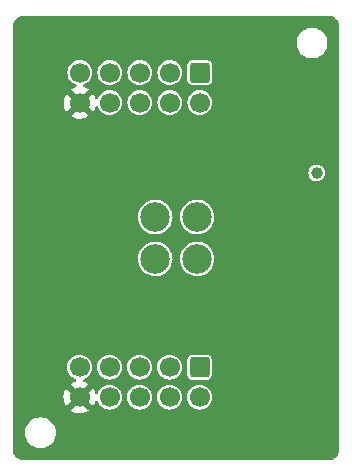
<source format=gbl>
G04 #@! TF.GenerationSoftware,KiCad,Pcbnew,6.0.10-86aedd382b~118~ubuntu20.04.1*
G04 #@! TF.CreationDate,2023-01-08T02:49:30+01:00*
G04 #@! TF.ProjectId,TempExt,54656d70-4578-4742-9e6b-696361645f70,rev?*
G04 #@! TF.SameCoordinates,Original*
G04 #@! TF.FileFunction,Copper,L2,Bot*
G04 #@! TF.FilePolarity,Positive*
%FSLAX46Y46*%
G04 Gerber Fmt 4.6, Leading zero omitted, Abs format (unit mm)*
G04 Created by KiCad (PCBNEW 6.0.10-86aedd382b~118~ubuntu20.04.1) date 2023-01-08 02:49:30*
%MOMM*%
%LPD*%
G01*
G04 APERTURE LIST*
G04 Aperture macros list*
%AMRoundRect*
0 Rectangle with rounded corners*
0 $1 Rounding radius*
0 $2 $3 $4 $5 $6 $7 $8 $9 X,Y pos of 4 corners*
0 Add a 4 corners polygon primitive as box body*
4,1,4,$2,$3,$4,$5,$6,$7,$8,$9,$2,$3,0*
0 Add four circle primitives for the rounded corners*
1,1,$1+$1,$2,$3*
1,1,$1+$1,$4,$5*
1,1,$1+$1,$6,$7*
1,1,$1+$1,$8,$9*
0 Add four rect primitives between the rounded corners*
20,1,$1+$1,$2,$3,$4,$5,0*
20,1,$1+$1,$4,$5,$6,$7,0*
20,1,$1+$1,$6,$7,$8,$9,0*
20,1,$1+$1,$8,$9,$2,$3,0*%
G04 Aperture macros list end*
G04 #@! TA.AperFunction,ComponentPad*
%ADD10C,1.000000*%
G04 #@! TD*
G04 #@! TA.AperFunction,ComponentPad*
%ADD11C,2.500000*%
G04 #@! TD*
G04 #@! TA.AperFunction,ComponentPad*
%ADD12RoundRect,0.250000X-0.600000X0.600000X-0.600000X-0.600000X0.600000X-0.600000X0.600000X0.600000X0*%
G04 #@! TD*
G04 #@! TA.AperFunction,ComponentPad*
%ADD13C,1.700000*%
G04 #@! TD*
G04 #@! TA.AperFunction,ViaPad*
%ADD14C,0.800000*%
G04 #@! TD*
G04 APERTURE END LIST*
D10*
X134891106Y-106499999D03*
D11*
X121232233Y-113767767D03*
X124767767Y-113767767D03*
X124767767Y-110232233D03*
X121232233Y-110232233D03*
D12*
X125000000Y-98000000D03*
D13*
X125000000Y-100540000D03*
X122460000Y-98000000D03*
X122460000Y-100540000D03*
X119920000Y-98000000D03*
X119920000Y-100540000D03*
X117380000Y-98000000D03*
X117380000Y-100540000D03*
X114840000Y-98000000D03*
X114840000Y-100540000D03*
X114820000Y-125487500D03*
X114820000Y-122947500D03*
X117360000Y-125487500D03*
X117360000Y-122947500D03*
X119900000Y-125487500D03*
X119900000Y-122947500D03*
X122440000Y-125487500D03*
X122440000Y-122947500D03*
X124980000Y-125487500D03*
D12*
X124980000Y-122947500D03*
D14*
X114000000Y-103000000D03*
X110000000Y-103000000D03*
X110000000Y-105000000D03*
X112000000Y-103000000D03*
X112000000Y-105000000D03*
X112000000Y-107000000D03*
X110000000Y-107000000D03*
X110000000Y-109000000D03*
X110000000Y-111000000D03*
X110000000Y-113000000D03*
X110000000Y-115000000D03*
X110000000Y-117000000D03*
X133000000Y-104000000D03*
X129000000Y-100000000D03*
X120000000Y-112000000D03*
X134000000Y-118000000D03*
X136000000Y-118000000D03*
X136000000Y-120000000D03*
X136000000Y-122000000D03*
X136000000Y-124000000D03*
X136000000Y-126000000D03*
X136000000Y-128000000D03*
X136000000Y-130000000D03*
X134000000Y-130000000D03*
X132000000Y-130000000D03*
X130000000Y-130000000D03*
X128000000Y-130000000D03*
X126000000Y-130000000D03*
X124000000Y-130000000D03*
X122000000Y-130000000D03*
X120000000Y-130000000D03*
X118000000Y-130000000D03*
X116000000Y-130000000D03*
X114000000Y-130000000D03*
X114000000Y-128000000D03*
X116000000Y-128000000D03*
X118000000Y-128000000D03*
X110000000Y-125000000D03*
X112000000Y-125000000D03*
X110000000Y-121000000D03*
X110000000Y-123000000D03*
X112000000Y-123000000D03*
X112000000Y-117000000D03*
X112000000Y-115000000D03*
X112000000Y-113000000D03*
X112000000Y-111000000D03*
X112000000Y-109000000D03*
X119750000Y-121250000D03*
X118500000Y-120000000D03*
X117250000Y-118750000D03*
X116000000Y-117500000D03*
X124750000Y-102500000D03*
X122500000Y-104750000D03*
X120500000Y-106750000D03*
X118500000Y-108750000D03*
X118000000Y-114750000D03*
X123750000Y-120500000D03*
X120250000Y-117000000D03*
X130000000Y-127000000D03*
X131000000Y-124000000D03*
X130000000Y-122000000D03*
X123000000Y-117000000D03*
X125000000Y-119000000D03*
X127000000Y-119000000D03*
X127000000Y-117000000D03*
X125000000Y-117000000D03*
X125000000Y-106000000D03*
X129000000Y-108000000D03*
X127000000Y-108000000D03*
X111000000Y-100000000D03*
X113000000Y-98000000D03*
X111000000Y-96000000D03*
X113000000Y-94000000D03*
X113000000Y-96000000D03*
X115000000Y-96000000D03*
X117000000Y-94000000D03*
X117000000Y-96000000D03*
X119000000Y-96000000D03*
X121000000Y-96000000D03*
X121000000Y-94000000D03*
X125000000Y-94000000D03*
X129000000Y-94000000D03*
X129000000Y-96000000D03*
X131000000Y-96000000D03*
X133000000Y-100000000D03*
X133000000Y-98000000D03*
X135000000Y-100000000D03*
X129000000Y-104000000D03*
X127000000Y-104000000D03*
X129000000Y-106000000D03*
X127000000Y-106000000D03*
X131000000Y-106000000D03*
X127000000Y-98000000D03*
X131000000Y-102000000D03*
X135000000Y-102000000D03*
X135000000Y-98000000D03*
X131000000Y-98000000D03*
X111000000Y-98000000D03*
X111000000Y-94000000D03*
X115000000Y-94000000D03*
X119000000Y-94000000D03*
X123000000Y-94000000D03*
X127000000Y-94000000D03*
X131000000Y-94000000D03*
X127900000Y-115890000D03*
X134110000Y-115870000D03*
G04 #@! TA.AperFunction,Conductor*
G36*
X135973139Y-93202466D02*
G01*
X135978704Y-93202476D01*
X135992535Y-93205656D01*
X136006376Y-93202524D01*
X136007618Y-93202526D01*
X136019685Y-93203127D01*
X136090258Y-93210045D01*
X136137264Y-93214654D01*
X136161384Y-93219430D01*
X136266414Y-93251138D01*
X136288428Y-93257784D01*
X136311158Y-93267151D01*
X136355928Y-93290954D01*
X136428336Y-93329452D01*
X136448818Y-93343059D01*
X136452719Y-93346240D01*
X136551667Y-93426935D01*
X136569114Y-93444261D01*
X136653704Y-93546504D01*
X136667456Y-93566889D01*
X136730581Y-93683623D01*
X136740111Y-93706290D01*
X136779362Y-93833061D01*
X136784308Y-93857149D01*
X136796744Y-93975392D01*
X136797403Y-93987360D01*
X136794347Y-94001091D01*
X136797576Y-94014909D01*
X136797610Y-94021271D01*
X136799500Y-94037668D01*
X136799500Y-129955814D01*
X136797534Y-129973139D01*
X136797524Y-129978704D01*
X136794344Y-129992535D01*
X136797476Y-130006376D01*
X136797474Y-130007618D01*
X136796873Y-130019694D01*
X136785346Y-130137264D01*
X136780570Y-130161384D01*
X136742217Y-130288427D01*
X136732849Y-130311158D01*
X136703908Y-130365592D01*
X136670548Y-130428336D01*
X136656941Y-130448818D01*
X136573065Y-130551667D01*
X136555738Y-130569115D01*
X136453496Y-130653704D01*
X136433111Y-130667456D01*
X136316377Y-130730581D01*
X136293710Y-130740111D01*
X136166939Y-130779362D01*
X136142851Y-130784308D01*
X136094850Y-130789356D01*
X136024602Y-130796744D01*
X136012640Y-130797403D01*
X135998909Y-130794347D01*
X135985091Y-130797576D01*
X135978729Y-130797610D01*
X135962332Y-130799500D01*
X110034144Y-130799500D01*
X110012774Y-130797268D01*
X110010579Y-130797303D01*
X109996696Y-130794370D01*
X109982916Y-130797747D01*
X109982410Y-130797755D01*
X109969993Y-130797342D01*
X109895254Y-130791156D01*
X109852815Y-130787643D01*
X109827979Y-130783046D01*
X109827876Y-130783016D01*
X109701816Y-130746303D01*
X109678396Y-130736846D01*
X109562087Y-130675672D01*
X109541030Y-130661737D01*
X109439261Y-130578596D01*
X109421402Y-130560737D01*
X109338263Y-130458970D01*
X109324326Y-130437910D01*
X109319291Y-130428336D01*
X109263154Y-130321603D01*
X109253696Y-130298182D01*
X109216953Y-130172016D01*
X109212357Y-130147180D01*
X109202618Y-130029537D01*
X109202241Y-130017591D01*
X109205617Y-130004021D01*
X109202731Y-129990124D01*
X109202763Y-129988505D01*
X109200492Y-129966425D01*
X109200458Y-129790068D01*
X109200203Y-128500000D01*
X110190517Y-128500000D01*
X110210411Y-128727389D01*
X110269488Y-128947870D01*
X110271810Y-128952850D01*
X110271811Y-128952852D01*
X110363628Y-129149754D01*
X110363629Y-129149755D01*
X110365954Y-129154741D01*
X110496878Y-129341719D01*
X110658281Y-129503122D01*
X110845259Y-129634046D01*
X110850241Y-129636369D01*
X110850246Y-129636372D01*
X111047148Y-129728189D01*
X111052130Y-129730512D01*
X111057438Y-129731934D01*
X111057440Y-129731935D01*
X111267296Y-129788165D01*
X111272611Y-129789589D01*
X111371972Y-129798282D01*
X111440320Y-129804262D01*
X111440327Y-129804262D01*
X111443044Y-129804500D01*
X111556956Y-129804500D01*
X111559673Y-129804262D01*
X111559680Y-129804262D01*
X111628028Y-129798282D01*
X111727389Y-129789589D01*
X111732704Y-129788165D01*
X111942560Y-129731935D01*
X111942562Y-129731934D01*
X111947870Y-129730512D01*
X111952852Y-129728189D01*
X112149754Y-129636372D01*
X112149759Y-129636369D01*
X112154741Y-129634046D01*
X112341719Y-129503122D01*
X112503122Y-129341719D01*
X112634046Y-129154742D01*
X112636369Y-129149760D01*
X112636372Y-129149755D01*
X112728189Y-128952852D01*
X112728190Y-128952851D01*
X112730512Y-128947870D01*
X112789589Y-128727389D01*
X112809483Y-128500000D01*
X112789589Y-128272611D01*
X112730512Y-128052130D01*
X112728189Y-128047148D01*
X112636372Y-127850246D01*
X112636369Y-127850241D01*
X112634046Y-127845259D01*
X112503122Y-127658281D01*
X112341719Y-127496878D01*
X112154741Y-127365954D01*
X112149759Y-127363631D01*
X112149754Y-127363628D01*
X111952852Y-127271811D01*
X111952850Y-127271810D01*
X111947870Y-127269488D01*
X111942562Y-127268066D01*
X111942560Y-127268065D01*
X111732704Y-127211835D01*
X111732703Y-127211835D01*
X111727389Y-127210411D01*
X111628028Y-127201718D01*
X111559680Y-127195738D01*
X111559673Y-127195738D01*
X111556956Y-127195500D01*
X111443044Y-127195500D01*
X111440327Y-127195738D01*
X111440320Y-127195738D01*
X111371972Y-127201718D01*
X111272611Y-127210411D01*
X111267297Y-127211835D01*
X111267296Y-127211835D01*
X111057440Y-127268065D01*
X111057438Y-127268066D01*
X111052130Y-127269488D01*
X111047150Y-127271810D01*
X111047148Y-127271811D01*
X110850246Y-127363628D01*
X110850241Y-127363631D01*
X110845259Y-127365954D01*
X110658281Y-127496878D01*
X110496878Y-127658281D01*
X110365954Y-127845258D01*
X110363631Y-127850240D01*
X110363628Y-127850245D01*
X110363628Y-127850246D01*
X110269488Y-128052130D01*
X110210411Y-128272611D01*
X110190517Y-128500000D01*
X109200203Y-128500000D01*
X109199831Y-126612353D01*
X114059977Y-126612353D01*
X114065258Y-126619407D01*
X114226756Y-126713779D01*
X114236042Y-126718229D01*
X114435001Y-126794203D01*
X114444899Y-126797079D01*
X114653595Y-126839538D01*
X114663823Y-126840757D01*
X114876650Y-126848562D01*
X114886936Y-126848095D01*
X115098185Y-126821034D01*
X115108262Y-126818892D01*
X115312255Y-126757691D01*
X115321842Y-126753933D01*
X115513098Y-126660238D01*
X115521944Y-126654965D01*
X115569247Y-126621223D01*
X115577648Y-126610523D01*
X115570660Y-126597370D01*
X114832812Y-125859522D01*
X114818868Y-125851908D01*
X114817035Y-125852039D01*
X114810420Y-125856290D01*
X114066737Y-126599973D01*
X114059977Y-126612353D01*
X109199831Y-126612353D01*
X109199603Y-125459363D01*
X113458050Y-125459363D01*
X113470309Y-125671977D01*
X113471745Y-125682197D01*
X113518565Y-125889946D01*
X113521645Y-125899775D01*
X113601770Y-126097103D01*
X113606413Y-126106294D01*
X113686460Y-126236920D01*
X113696916Y-126246380D01*
X113705694Y-126242596D01*
X114447978Y-125500312D01*
X114454356Y-125488632D01*
X115184408Y-125488632D01*
X115184539Y-125490465D01*
X115188790Y-125497080D01*
X115930474Y-126238764D01*
X115942484Y-126245323D01*
X115954223Y-126236355D01*
X115985004Y-126193519D01*
X115990315Y-126184680D01*
X116084670Y-125993767D01*
X116088469Y-125984172D01*
X116129593Y-125848819D01*
X116168534Y-125789455D01*
X116233388Y-125760568D01*
X116303564Y-125771330D01*
X116356782Y-125818323D01*
X116371270Y-125850717D01*
X116378544Y-125876086D01*
X116381359Y-125881563D01*
X116381360Y-125881566D01*
X116469897Y-126053841D01*
X116472712Y-126059318D01*
X116600677Y-126220770D01*
X116757564Y-126354291D01*
X116937398Y-126454797D01*
X117032238Y-126485613D01*
X117127471Y-126516556D01*
X117127475Y-126516557D01*
X117133329Y-126518459D01*
X117337894Y-126542851D01*
X117344029Y-126542379D01*
X117344031Y-126542379D01*
X117400039Y-126538069D01*
X117543300Y-126527046D01*
X117549230Y-126525390D01*
X117549232Y-126525390D01*
X117735797Y-126473300D01*
X117735796Y-126473300D01*
X117741725Y-126471645D01*
X117747214Y-126468872D01*
X117747220Y-126468870D01*
X117920116Y-126381533D01*
X117925610Y-126378758D01*
X118087951Y-126251924D01*
X118092737Y-126246380D01*
X118218540Y-126100634D01*
X118218540Y-126100633D01*
X118222564Y-126095972D01*
X118243387Y-126059318D01*
X118261056Y-126028214D01*
X118324323Y-125916844D01*
X118389351Y-125721363D01*
X118415171Y-125516974D01*
X118415583Y-125487500D01*
X118414138Y-125472762D01*
X118844520Y-125472762D01*
X118861759Y-125678053D01*
X118863458Y-125683978D01*
X118912868Y-125856290D01*
X118918544Y-125876086D01*
X118921359Y-125881563D01*
X118921360Y-125881566D01*
X119009897Y-126053841D01*
X119012712Y-126059318D01*
X119140677Y-126220770D01*
X119297564Y-126354291D01*
X119477398Y-126454797D01*
X119572238Y-126485613D01*
X119667471Y-126516556D01*
X119667475Y-126516557D01*
X119673329Y-126518459D01*
X119877894Y-126542851D01*
X119884029Y-126542379D01*
X119884031Y-126542379D01*
X119940039Y-126538069D01*
X120083300Y-126527046D01*
X120089230Y-126525390D01*
X120089232Y-126525390D01*
X120275797Y-126473300D01*
X120275796Y-126473300D01*
X120281725Y-126471645D01*
X120287214Y-126468872D01*
X120287220Y-126468870D01*
X120460116Y-126381533D01*
X120465610Y-126378758D01*
X120627951Y-126251924D01*
X120632737Y-126246380D01*
X120758540Y-126100634D01*
X120758540Y-126100633D01*
X120762564Y-126095972D01*
X120783387Y-126059318D01*
X120801056Y-126028214D01*
X120864323Y-125916844D01*
X120929351Y-125721363D01*
X120955171Y-125516974D01*
X120955583Y-125487500D01*
X120954138Y-125472762D01*
X121384520Y-125472762D01*
X121401759Y-125678053D01*
X121403458Y-125683978D01*
X121452868Y-125856290D01*
X121458544Y-125876086D01*
X121461359Y-125881563D01*
X121461360Y-125881566D01*
X121549897Y-126053841D01*
X121552712Y-126059318D01*
X121680677Y-126220770D01*
X121837564Y-126354291D01*
X122017398Y-126454797D01*
X122112238Y-126485613D01*
X122207471Y-126516556D01*
X122207475Y-126516557D01*
X122213329Y-126518459D01*
X122417894Y-126542851D01*
X122424029Y-126542379D01*
X122424031Y-126542379D01*
X122480039Y-126538069D01*
X122623300Y-126527046D01*
X122629230Y-126525390D01*
X122629232Y-126525390D01*
X122815797Y-126473300D01*
X122815796Y-126473300D01*
X122821725Y-126471645D01*
X122827214Y-126468872D01*
X122827220Y-126468870D01*
X123000116Y-126381533D01*
X123005610Y-126378758D01*
X123167951Y-126251924D01*
X123172737Y-126246380D01*
X123298540Y-126100634D01*
X123298540Y-126100633D01*
X123302564Y-126095972D01*
X123323387Y-126059318D01*
X123341056Y-126028214D01*
X123404323Y-125916844D01*
X123469351Y-125721363D01*
X123495171Y-125516974D01*
X123495583Y-125487500D01*
X123494138Y-125472762D01*
X123924520Y-125472762D01*
X123941759Y-125678053D01*
X123943458Y-125683978D01*
X123992868Y-125856290D01*
X123998544Y-125876086D01*
X124001359Y-125881563D01*
X124001360Y-125881566D01*
X124089897Y-126053841D01*
X124092712Y-126059318D01*
X124220677Y-126220770D01*
X124377564Y-126354291D01*
X124557398Y-126454797D01*
X124652238Y-126485613D01*
X124747471Y-126516556D01*
X124747475Y-126516557D01*
X124753329Y-126518459D01*
X124957894Y-126542851D01*
X124964029Y-126542379D01*
X124964031Y-126542379D01*
X125020039Y-126538069D01*
X125163300Y-126527046D01*
X125169230Y-126525390D01*
X125169232Y-126525390D01*
X125355797Y-126473300D01*
X125355796Y-126473300D01*
X125361725Y-126471645D01*
X125367214Y-126468872D01*
X125367220Y-126468870D01*
X125540116Y-126381533D01*
X125545610Y-126378758D01*
X125707951Y-126251924D01*
X125712737Y-126246380D01*
X125838540Y-126100634D01*
X125838540Y-126100633D01*
X125842564Y-126095972D01*
X125863387Y-126059318D01*
X125881056Y-126028214D01*
X125944323Y-125916844D01*
X126009351Y-125721363D01*
X126035171Y-125516974D01*
X126035583Y-125487500D01*
X126015480Y-125282470D01*
X125955935Y-125085249D01*
X125859218Y-124903349D01*
X125783216Y-124810162D01*
X125732906Y-124748475D01*
X125732903Y-124748472D01*
X125729011Y-124743700D01*
X125724262Y-124739771D01*
X125575025Y-124616311D01*
X125575021Y-124616309D01*
X125570275Y-124612382D01*
X125389055Y-124514397D01*
X125192254Y-124453477D01*
X125186129Y-124452833D01*
X125186128Y-124452833D01*
X124993498Y-124432587D01*
X124993496Y-124432587D01*
X124987369Y-124431943D01*
X124900529Y-124439846D01*
X124788342Y-124450055D01*
X124788339Y-124450056D01*
X124782203Y-124450614D01*
X124584572Y-124508780D01*
X124402002Y-124604226D01*
X124397201Y-124608086D01*
X124397198Y-124608088D01*
X124386971Y-124616311D01*
X124241447Y-124733315D01*
X124109024Y-124891130D01*
X124106056Y-124896528D01*
X124106053Y-124896533D01*
X124099315Y-124908790D01*
X124009776Y-125071662D01*
X123947484Y-125268032D01*
X123946798Y-125274149D01*
X123946797Y-125274153D01*
X123927177Y-125449074D01*
X123924520Y-125472762D01*
X123494138Y-125472762D01*
X123475480Y-125282470D01*
X123415935Y-125085249D01*
X123319218Y-124903349D01*
X123243216Y-124810162D01*
X123192906Y-124748475D01*
X123192903Y-124748472D01*
X123189011Y-124743700D01*
X123184262Y-124739771D01*
X123035025Y-124616311D01*
X123035021Y-124616309D01*
X123030275Y-124612382D01*
X122849055Y-124514397D01*
X122652254Y-124453477D01*
X122646129Y-124452833D01*
X122646128Y-124452833D01*
X122453498Y-124432587D01*
X122453496Y-124432587D01*
X122447369Y-124431943D01*
X122360529Y-124439846D01*
X122248342Y-124450055D01*
X122248339Y-124450056D01*
X122242203Y-124450614D01*
X122044572Y-124508780D01*
X121862002Y-124604226D01*
X121857201Y-124608086D01*
X121857198Y-124608088D01*
X121846971Y-124616311D01*
X121701447Y-124733315D01*
X121569024Y-124891130D01*
X121566056Y-124896528D01*
X121566053Y-124896533D01*
X121559315Y-124908790D01*
X121469776Y-125071662D01*
X121407484Y-125268032D01*
X121406798Y-125274149D01*
X121406797Y-125274153D01*
X121387177Y-125449074D01*
X121384520Y-125472762D01*
X120954138Y-125472762D01*
X120935480Y-125282470D01*
X120875935Y-125085249D01*
X120779218Y-124903349D01*
X120703216Y-124810162D01*
X120652906Y-124748475D01*
X120652903Y-124748472D01*
X120649011Y-124743700D01*
X120644262Y-124739771D01*
X120495025Y-124616311D01*
X120495021Y-124616309D01*
X120490275Y-124612382D01*
X120309055Y-124514397D01*
X120112254Y-124453477D01*
X120106129Y-124452833D01*
X120106128Y-124452833D01*
X119913498Y-124432587D01*
X119913496Y-124432587D01*
X119907369Y-124431943D01*
X119820529Y-124439846D01*
X119708342Y-124450055D01*
X119708339Y-124450056D01*
X119702203Y-124450614D01*
X119504572Y-124508780D01*
X119322002Y-124604226D01*
X119317201Y-124608086D01*
X119317198Y-124608088D01*
X119306971Y-124616311D01*
X119161447Y-124733315D01*
X119029024Y-124891130D01*
X119026056Y-124896528D01*
X119026053Y-124896533D01*
X119019315Y-124908790D01*
X118929776Y-125071662D01*
X118867484Y-125268032D01*
X118866798Y-125274149D01*
X118866797Y-125274153D01*
X118847177Y-125449074D01*
X118844520Y-125472762D01*
X118414138Y-125472762D01*
X118395480Y-125282470D01*
X118335935Y-125085249D01*
X118239218Y-124903349D01*
X118163216Y-124810162D01*
X118112906Y-124748475D01*
X118112903Y-124748472D01*
X118109011Y-124743700D01*
X118104262Y-124739771D01*
X117955025Y-124616311D01*
X117955021Y-124616309D01*
X117950275Y-124612382D01*
X117769055Y-124514397D01*
X117572254Y-124453477D01*
X117566129Y-124452833D01*
X117566128Y-124452833D01*
X117373498Y-124432587D01*
X117373496Y-124432587D01*
X117367369Y-124431943D01*
X117280529Y-124439846D01*
X117168342Y-124450055D01*
X117168339Y-124450056D01*
X117162203Y-124450614D01*
X116964572Y-124508780D01*
X116782002Y-124604226D01*
X116777201Y-124608086D01*
X116777198Y-124608088D01*
X116766971Y-124616311D01*
X116621447Y-124733315D01*
X116489024Y-124891130D01*
X116486056Y-124896528D01*
X116486053Y-124896533D01*
X116479315Y-124908790D01*
X116389776Y-125071662D01*
X116387914Y-125077532D01*
X116371068Y-125130638D01*
X116331405Y-125189522D01*
X116266202Y-125217614D01*
X116196163Y-125205997D01*
X116143523Y-125158357D01*
X116128762Y-125123235D01*
X116111214Y-125053375D01*
X116107894Y-125043624D01*
X116022972Y-124848314D01*
X116018105Y-124839239D01*
X115953063Y-124738697D01*
X115942377Y-124729495D01*
X115932812Y-124733898D01*
X115192022Y-125474688D01*
X115184408Y-125488632D01*
X114454356Y-125488632D01*
X114455592Y-125486368D01*
X114455461Y-125484535D01*
X114451210Y-125477920D01*
X113709849Y-124736559D01*
X113698313Y-124730259D01*
X113686031Y-124739882D01*
X113638089Y-124810162D01*
X113633004Y-124819113D01*
X113543338Y-125012283D01*
X113539775Y-125021970D01*
X113482864Y-125227181D01*
X113480933Y-125237300D01*
X113458302Y-125449074D01*
X113458050Y-125459363D01*
X109199603Y-125459363D01*
X109199104Y-122932762D01*
X113764520Y-122932762D01*
X113781759Y-123138053D01*
X113838544Y-123336086D01*
X113841359Y-123341563D01*
X113841360Y-123341566D01*
X113862247Y-123382207D01*
X113932712Y-123519318D01*
X114060677Y-123680770D01*
X114217564Y-123814291D01*
X114397398Y-123914797D01*
X114462437Y-123935929D01*
X114521042Y-123976002D01*
X114548680Y-124041398D01*
X114536574Y-124111355D01*
X114488568Y-124163662D01*
X114462646Y-124175527D01*
X114296868Y-124229712D01*
X114287359Y-124233709D01*
X114098466Y-124332040D01*
X114089734Y-124337539D01*
X114069677Y-124352599D01*
X114061223Y-124363927D01*
X114067968Y-124376258D01*
X114807188Y-125115478D01*
X114821132Y-125123092D01*
X114822965Y-125122961D01*
X114829580Y-125118710D01*
X115573389Y-124374901D01*
X115580410Y-124362044D01*
X115573611Y-124352713D01*
X115569554Y-124350018D01*
X115383117Y-124247099D01*
X115373705Y-124242869D01*
X115182031Y-124174993D01*
X115124495Y-124133399D01*
X115098579Y-124067301D01*
X115112513Y-123997685D01*
X115161872Y-123946654D01*
X115190206Y-123934862D01*
X115195790Y-123933303D01*
X115195799Y-123933300D01*
X115201725Y-123931645D01*
X115207214Y-123928872D01*
X115207220Y-123928870D01*
X115380116Y-123841533D01*
X115385610Y-123838758D01*
X115547951Y-123711924D01*
X115609934Y-123640116D01*
X115678540Y-123560634D01*
X115678540Y-123560633D01*
X115682564Y-123555972D01*
X115703387Y-123519318D01*
X115781276Y-123382207D01*
X115784323Y-123376844D01*
X115849351Y-123181363D01*
X115875171Y-122976974D01*
X115875583Y-122947500D01*
X115874138Y-122932762D01*
X116304520Y-122932762D01*
X116321759Y-123138053D01*
X116378544Y-123336086D01*
X116381359Y-123341563D01*
X116381360Y-123341566D01*
X116402247Y-123382207D01*
X116472712Y-123519318D01*
X116600677Y-123680770D01*
X116757564Y-123814291D01*
X116937398Y-123914797D01*
X117028940Y-123944541D01*
X117127471Y-123976556D01*
X117127475Y-123976557D01*
X117133329Y-123978459D01*
X117337894Y-124002851D01*
X117344029Y-124002379D01*
X117344031Y-124002379D01*
X117404565Y-123997721D01*
X117543300Y-123987046D01*
X117549230Y-123985390D01*
X117549232Y-123985390D01*
X117675505Y-123950134D01*
X117741725Y-123931645D01*
X117747214Y-123928872D01*
X117747220Y-123928870D01*
X117920116Y-123841533D01*
X117925610Y-123838758D01*
X118087951Y-123711924D01*
X118149934Y-123640116D01*
X118218540Y-123560634D01*
X118218540Y-123560633D01*
X118222564Y-123555972D01*
X118243387Y-123519318D01*
X118321276Y-123382207D01*
X118324323Y-123376844D01*
X118389351Y-123181363D01*
X118415171Y-122976974D01*
X118415583Y-122947500D01*
X118414138Y-122932762D01*
X118844520Y-122932762D01*
X118861759Y-123138053D01*
X118918544Y-123336086D01*
X118921359Y-123341563D01*
X118921360Y-123341566D01*
X118942247Y-123382207D01*
X119012712Y-123519318D01*
X119140677Y-123680770D01*
X119297564Y-123814291D01*
X119477398Y-123914797D01*
X119568940Y-123944541D01*
X119667471Y-123976556D01*
X119667475Y-123976557D01*
X119673329Y-123978459D01*
X119877894Y-124002851D01*
X119884029Y-124002379D01*
X119884031Y-124002379D01*
X119944565Y-123997721D01*
X120083300Y-123987046D01*
X120089230Y-123985390D01*
X120089232Y-123985390D01*
X120215505Y-123950134D01*
X120281725Y-123931645D01*
X120287214Y-123928872D01*
X120287220Y-123928870D01*
X120460116Y-123841533D01*
X120465610Y-123838758D01*
X120627951Y-123711924D01*
X120689934Y-123640116D01*
X120758540Y-123560634D01*
X120758540Y-123560633D01*
X120762564Y-123555972D01*
X120783387Y-123519318D01*
X120861276Y-123382207D01*
X120864323Y-123376844D01*
X120929351Y-123181363D01*
X120955171Y-122976974D01*
X120955583Y-122947500D01*
X120954138Y-122932762D01*
X121384520Y-122932762D01*
X121401759Y-123138053D01*
X121458544Y-123336086D01*
X121461359Y-123341563D01*
X121461360Y-123341566D01*
X121482247Y-123382207D01*
X121552712Y-123519318D01*
X121680677Y-123680770D01*
X121837564Y-123814291D01*
X122017398Y-123914797D01*
X122108940Y-123944541D01*
X122207471Y-123976556D01*
X122207475Y-123976557D01*
X122213329Y-123978459D01*
X122417894Y-124002851D01*
X122424029Y-124002379D01*
X122424031Y-124002379D01*
X122484565Y-123997721D01*
X122623300Y-123987046D01*
X122629230Y-123985390D01*
X122629232Y-123985390D01*
X122755505Y-123950134D01*
X122821725Y-123931645D01*
X122827214Y-123928872D01*
X122827220Y-123928870D01*
X123000116Y-123841533D01*
X123005610Y-123838758D01*
X123167951Y-123711924D01*
X123229934Y-123640116D01*
X123263409Y-123601334D01*
X123929500Y-123601334D01*
X123932481Y-123632869D01*
X123977366Y-123760684D01*
X123982958Y-123768254D01*
X123982959Y-123768257D01*
X124016961Y-123814291D01*
X124057850Y-123869650D01*
X124065421Y-123875242D01*
X124159243Y-123944541D01*
X124159246Y-123944542D01*
X124166816Y-123950134D01*
X124294631Y-123995019D01*
X124302277Y-123995742D01*
X124302278Y-123995742D01*
X124308248Y-123996306D01*
X124326166Y-123998000D01*
X125633834Y-123998000D01*
X125651752Y-123996306D01*
X125657722Y-123995742D01*
X125657723Y-123995742D01*
X125665369Y-123995019D01*
X125793184Y-123950134D01*
X125800754Y-123944542D01*
X125800757Y-123944541D01*
X125894579Y-123875242D01*
X125902150Y-123869650D01*
X125943039Y-123814291D01*
X125977041Y-123768257D01*
X125977042Y-123768254D01*
X125982634Y-123760684D01*
X126027519Y-123632869D01*
X126030500Y-123601334D01*
X126030500Y-122293666D01*
X126027519Y-122262131D01*
X125982634Y-122134316D01*
X125977042Y-122126746D01*
X125977041Y-122126743D01*
X125907742Y-122032921D01*
X125902150Y-122025350D01*
X125885206Y-122012835D01*
X125800757Y-121950459D01*
X125800754Y-121950458D01*
X125793184Y-121944866D01*
X125665369Y-121899981D01*
X125657723Y-121899258D01*
X125657722Y-121899258D01*
X125651752Y-121898694D01*
X125633834Y-121897000D01*
X124326166Y-121897000D01*
X124308248Y-121898694D01*
X124302278Y-121899258D01*
X124302277Y-121899258D01*
X124294631Y-121899981D01*
X124166816Y-121944866D01*
X124159246Y-121950458D01*
X124159243Y-121950459D01*
X124074794Y-122012835D01*
X124057850Y-122025350D01*
X124052258Y-122032921D01*
X123982959Y-122126743D01*
X123982958Y-122126746D01*
X123977366Y-122134316D01*
X123932481Y-122262131D01*
X123929500Y-122293666D01*
X123929500Y-123601334D01*
X123263409Y-123601334D01*
X123298540Y-123560634D01*
X123298540Y-123560633D01*
X123302564Y-123555972D01*
X123323387Y-123519318D01*
X123401276Y-123382207D01*
X123404323Y-123376844D01*
X123469351Y-123181363D01*
X123495171Y-122976974D01*
X123495583Y-122947500D01*
X123475480Y-122742470D01*
X123415935Y-122545249D01*
X123319218Y-122363349D01*
X123230756Y-122254884D01*
X123192906Y-122208475D01*
X123192903Y-122208472D01*
X123189011Y-122203700D01*
X123115878Y-122143199D01*
X123035025Y-122076311D01*
X123035021Y-122076309D01*
X123030275Y-122072382D01*
X122849055Y-121974397D01*
X122652254Y-121913477D01*
X122646129Y-121912833D01*
X122646128Y-121912833D01*
X122453498Y-121892587D01*
X122453496Y-121892587D01*
X122447369Y-121891943D01*
X122366988Y-121899258D01*
X122248342Y-121910055D01*
X122248339Y-121910056D01*
X122242203Y-121910614D01*
X122044572Y-121968780D01*
X121862002Y-122064226D01*
X121857201Y-122068086D01*
X121857198Y-122068088D01*
X121846971Y-122076311D01*
X121701447Y-122193315D01*
X121569024Y-122351130D01*
X121566056Y-122356528D01*
X121566053Y-122356533D01*
X121559315Y-122368790D01*
X121469776Y-122531662D01*
X121407484Y-122728032D01*
X121406798Y-122734149D01*
X121406797Y-122734153D01*
X121385207Y-122926637D01*
X121384520Y-122932762D01*
X120954138Y-122932762D01*
X120935480Y-122742470D01*
X120875935Y-122545249D01*
X120779218Y-122363349D01*
X120690756Y-122254884D01*
X120652906Y-122208475D01*
X120652903Y-122208472D01*
X120649011Y-122203700D01*
X120575878Y-122143199D01*
X120495025Y-122076311D01*
X120495021Y-122076309D01*
X120490275Y-122072382D01*
X120309055Y-121974397D01*
X120112254Y-121913477D01*
X120106129Y-121912833D01*
X120106128Y-121912833D01*
X119913498Y-121892587D01*
X119913496Y-121892587D01*
X119907369Y-121891943D01*
X119826988Y-121899258D01*
X119708342Y-121910055D01*
X119708339Y-121910056D01*
X119702203Y-121910614D01*
X119504572Y-121968780D01*
X119322002Y-122064226D01*
X119317201Y-122068086D01*
X119317198Y-122068088D01*
X119306971Y-122076311D01*
X119161447Y-122193315D01*
X119029024Y-122351130D01*
X119026056Y-122356528D01*
X119026053Y-122356533D01*
X119019315Y-122368790D01*
X118929776Y-122531662D01*
X118867484Y-122728032D01*
X118866798Y-122734149D01*
X118866797Y-122734153D01*
X118845207Y-122926637D01*
X118844520Y-122932762D01*
X118414138Y-122932762D01*
X118395480Y-122742470D01*
X118335935Y-122545249D01*
X118239218Y-122363349D01*
X118150756Y-122254884D01*
X118112906Y-122208475D01*
X118112903Y-122208472D01*
X118109011Y-122203700D01*
X118035878Y-122143199D01*
X117955025Y-122076311D01*
X117955021Y-122076309D01*
X117950275Y-122072382D01*
X117769055Y-121974397D01*
X117572254Y-121913477D01*
X117566129Y-121912833D01*
X117566128Y-121912833D01*
X117373498Y-121892587D01*
X117373496Y-121892587D01*
X117367369Y-121891943D01*
X117286988Y-121899258D01*
X117168342Y-121910055D01*
X117168339Y-121910056D01*
X117162203Y-121910614D01*
X116964572Y-121968780D01*
X116782002Y-122064226D01*
X116777201Y-122068086D01*
X116777198Y-122068088D01*
X116766971Y-122076311D01*
X116621447Y-122193315D01*
X116489024Y-122351130D01*
X116486056Y-122356528D01*
X116486053Y-122356533D01*
X116479315Y-122368790D01*
X116389776Y-122531662D01*
X116327484Y-122728032D01*
X116326798Y-122734149D01*
X116326797Y-122734153D01*
X116305207Y-122926637D01*
X116304520Y-122932762D01*
X115874138Y-122932762D01*
X115855480Y-122742470D01*
X115795935Y-122545249D01*
X115699218Y-122363349D01*
X115610756Y-122254884D01*
X115572906Y-122208475D01*
X115572903Y-122208472D01*
X115569011Y-122203700D01*
X115495878Y-122143199D01*
X115415025Y-122076311D01*
X115415021Y-122076309D01*
X115410275Y-122072382D01*
X115229055Y-121974397D01*
X115032254Y-121913477D01*
X115026129Y-121912833D01*
X115026128Y-121912833D01*
X114833498Y-121892587D01*
X114833496Y-121892587D01*
X114827369Y-121891943D01*
X114746988Y-121899258D01*
X114628342Y-121910055D01*
X114628339Y-121910056D01*
X114622203Y-121910614D01*
X114424572Y-121968780D01*
X114242002Y-122064226D01*
X114237201Y-122068086D01*
X114237198Y-122068088D01*
X114226971Y-122076311D01*
X114081447Y-122193315D01*
X113949024Y-122351130D01*
X113946056Y-122356528D01*
X113946053Y-122356533D01*
X113939315Y-122368790D01*
X113849776Y-122531662D01*
X113787484Y-122728032D01*
X113786798Y-122734149D01*
X113786797Y-122734153D01*
X113765207Y-122926637D01*
X113764520Y-122932762D01*
X109199104Y-122932762D01*
X109197288Y-113732207D01*
X119777196Y-113732207D01*
X119777493Y-113737359D01*
X119777493Y-113737363D01*
X119790629Y-113965170D01*
X119790630Y-113965176D01*
X119790927Y-113970329D01*
X119843364Y-114203012D01*
X119845308Y-114207799D01*
X119845309Y-114207803D01*
X119884193Y-114303562D01*
X119933100Y-114424006D01*
X120057726Y-114627376D01*
X120213893Y-114807661D01*
X120397409Y-114960019D01*
X120603345Y-115080358D01*
X120826170Y-115165447D01*
X120831238Y-115166478D01*
X120831241Y-115166479D01*
X120946500Y-115189929D01*
X121059899Y-115213000D01*
X121065072Y-115213190D01*
X121065075Y-115213190D01*
X121293094Y-115221551D01*
X121293098Y-115221551D01*
X121298258Y-115221740D01*
X121303379Y-115221084D01*
X121529722Y-115192088D01*
X121529723Y-115192088D01*
X121534842Y-115191432D01*
X121763301Y-115122892D01*
X121977497Y-115017958D01*
X122058725Y-114960019D01*
X122167475Y-114882448D01*
X122171678Y-114879450D01*
X122340630Y-114711087D01*
X122479815Y-114517390D01*
X122528339Y-114419211D01*
X122583202Y-114308204D01*
X122583203Y-114308202D01*
X122585496Y-114303562D01*
X122654833Y-114075344D01*
X122655508Y-114070218D01*
X122685529Y-113842188D01*
X122685530Y-113842181D01*
X122685966Y-113838866D01*
X122687704Y-113767767D01*
X122684781Y-113732207D01*
X123312730Y-113732207D01*
X123313027Y-113737359D01*
X123313027Y-113737363D01*
X123326163Y-113965170D01*
X123326164Y-113965176D01*
X123326461Y-113970329D01*
X123378898Y-114203012D01*
X123380842Y-114207799D01*
X123380843Y-114207803D01*
X123419727Y-114303562D01*
X123468634Y-114424006D01*
X123593260Y-114627376D01*
X123749427Y-114807661D01*
X123932943Y-114960019D01*
X124138879Y-115080358D01*
X124361704Y-115165447D01*
X124366772Y-115166478D01*
X124366775Y-115166479D01*
X124482034Y-115189929D01*
X124595433Y-115213000D01*
X124600606Y-115213190D01*
X124600609Y-115213190D01*
X124828628Y-115221551D01*
X124828632Y-115221551D01*
X124833792Y-115221740D01*
X124838913Y-115221084D01*
X125065256Y-115192088D01*
X125065257Y-115192088D01*
X125070376Y-115191432D01*
X125298835Y-115122892D01*
X125513031Y-115017958D01*
X125594259Y-114960019D01*
X125703009Y-114882448D01*
X125707212Y-114879450D01*
X125876164Y-114711087D01*
X126015349Y-114517390D01*
X126063873Y-114419211D01*
X126118736Y-114308204D01*
X126118737Y-114308202D01*
X126121030Y-114303562D01*
X126190367Y-114075344D01*
X126191042Y-114070218D01*
X126221063Y-113842188D01*
X126221064Y-113842181D01*
X126221500Y-113838866D01*
X126223238Y-113767767D01*
X126215522Y-113673910D01*
X126204118Y-113535202D01*
X126204117Y-113535196D01*
X126203694Y-113530051D01*
X126145588Y-113298719D01*
X126133182Y-113270187D01*
X126052539Y-113084720D01*
X126052537Y-113084717D01*
X126050479Y-113079983D01*
X125920922Y-112879718D01*
X125892127Y-112848072D01*
X125763874Y-112707125D01*
X125763872Y-112707124D01*
X125760396Y-112703303D01*
X125756345Y-112700104D01*
X125756341Y-112700100D01*
X125577267Y-112558676D01*
X125577263Y-112558674D01*
X125573212Y-112555474D01*
X125533892Y-112533768D01*
X125517449Y-112524691D01*
X125364398Y-112440203D01*
X125359529Y-112438479D01*
X125359525Y-112438477D01*
X125144430Y-112362308D01*
X125144428Y-112362307D01*
X125139561Y-112360584D01*
X125022150Y-112339670D01*
X124909827Y-112319661D01*
X124909823Y-112319661D01*
X124904739Y-112318755D01*
X124820907Y-112317731D01*
X124671407Y-112315904D01*
X124671405Y-112315904D01*
X124666238Y-112315841D01*
X124430465Y-112351920D01*
X124203749Y-112426022D01*
X124199161Y-112428410D01*
X124199157Y-112428412D01*
X123996770Y-112533768D01*
X123992181Y-112536157D01*
X123988048Y-112539260D01*
X123988045Y-112539262D01*
X123805577Y-112676264D01*
X123801442Y-112679369D01*
X123636654Y-112851809D01*
X123502242Y-113048849D01*
X123401818Y-113265195D01*
X123338076Y-113495039D01*
X123312730Y-113732207D01*
X122684781Y-113732207D01*
X122679988Y-113673910D01*
X122668584Y-113535202D01*
X122668583Y-113535196D01*
X122668160Y-113530051D01*
X122610054Y-113298719D01*
X122597648Y-113270187D01*
X122517005Y-113084720D01*
X122517003Y-113084717D01*
X122514945Y-113079983D01*
X122385388Y-112879718D01*
X122356593Y-112848072D01*
X122228340Y-112707125D01*
X122228338Y-112707124D01*
X122224862Y-112703303D01*
X122220811Y-112700104D01*
X122220807Y-112700100D01*
X122041733Y-112558676D01*
X122041729Y-112558674D01*
X122037678Y-112555474D01*
X121998358Y-112533768D01*
X121981915Y-112524691D01*
X121828864Y-112440203D01*
X121823995Y-112438479D01*
X121823991Y-112438477D01*
X121608896Y-112362308D01*
X121608894Y-112362307D01*
X121604027Y-112360584D01*
X121486616Y-112339670D01*
X121374293Y-112319661D01*
X121374289Y-112319661D01*
X121369205Y-112318755D01*
X121285373Y-112317731D01*
X121135873Y-112315904D01*
X121135871Y-112315904D01*
X121130704Y-112315841D01*
X120894931Y-112351920D01*
X120668215Y-112426022D01*
X120663627Y-112428410D01*
X120663623Y-112428412D01*
X120461236Y-112533768D01*
X120456647Y-112536157D01*
X120452514Y-112539260D01*
X120452511Y-112539262D01*
X120270043Y-112676264D01*
X120265908Y-112679369D01*
X120101120Y-112851809D01*
X119966708Y-113048849D01*
X119866284Y-113265195D01*
X119802542Y-113495039D01*
X119777196Y-113732207D01*
X109197288Y-113732207D01*
X109196590Y-110196673D01*
X119777196Y-110196673D01*
X119777493Y-110201825D01*
X119777493Y-110201829D01*
X119790629Y-110429636D01*
X119790630Y-110429642D01*
X119790927Y-110434795D01*
X119843364Y-110667478D01*
X119845308Y-110672265D01*
X119845309Y-110672269D01*
X119884193Y-110768028D01*
X119933100Y-110888472D01*
X120057726Y-111091842D01*
X120213893Y-111272127D01*
X120397409Y-111424485D01*
X120603345Y-111544824D01*
X120826170Y-111629913D01*
X120831238Y-111630944D01*
X120831241Y-111630945D01*
X120946500Y-111654395D01*
X121059899Y-111677466D01*
X121065072Y-111677656D01*
X121065075Y-111677656D01*
X121293094Y-111686017D01*
X121293098Y-111686017D01*
X121298258Y-111686206D01*
X121303379Y-111685550D01*
X121529722Y-111656554D01*
X121529723Y-111656554D01*
X121534842Y-111655898D01*
X121763301Y-111587358D01*
X121977497Y-111482424D01*
X122058725Y-111424485D01*
X122167475Y-111346914D01*
X122171678Y-111343916D01*
X122340630Y-111175553D01*
X122479815Y-110981856D01*
X122528339Y-110883677D01*
X122583202Y-110772670D01*
X122583203Y-110772668D01*
X122585496Y-110768028D01*
X122654833Y-110539810D01*
X122655508Y-110534684D01*
X122685529Y-110306654D01*
X122685530Y-110306647D01*
X122685966Y-110303332D01*
X122687704Y-110232233D01*
X122684781Y-110196673D01*
X123312730Y-110196673D01*
X123313027Y-110201825D01*
X123313027Y-110201829D01*
X123326163Y-110429636D01*
X123326164Y-110429642D01*
X123326461Y-110434795D01*
X123378898Y-110667478D01*
X123380842Y-110672265D01*
X123380843Y-110672269D01*
X123419727Y-110768028D01*
X123468634Y-110888472D01*
X123593260Y-111091842D01*
X123749427Y-111272127D01*
X123932943Y-111424485D01*
X124138879Y-111544824D01*
X124361704Y-111629913D01*
X124366772Y-111630944D01*
X124366775Y-111630945D01*
X124482034Y-111654395D01*
X124595433Y-111677466D01*
X124600606Y-111677656D01*
X124600609Y-111677656D01*
X124828628Y-111686017D01*
X124828632Y-111686017D01*
X124833792Y-111686206D01*
X124838913Y-111685550D01*
X125065256Y-111656554D01*
X125065257Y-111656554D01*
X125070376Y-111655898D01*
X125298835Y-111587358D01*
X125513031Y-111482424D01*
X125594259Y-111424485D01*
X125703009Y-111346914D01*
X125707212Y-111343916D01*
X125876164Y-111175553D01*
X126015349Y-110981856D01*
X126063873Y-110883677D01*
X126118736Y-110772670D01*
X126118737Y-110772668D01*
X126121030Y-110768028D01*
X126190367Y-110539810D01*
X126191042Y-110534684D01*
X126221063Y-110306654D01*
X126221064Y-110306647D01*
X126221500Y-110303332D01*
X126223238Y-110232233D01*
X126215522Y-110138376D01*
X126204118Y-109999668D01*
X126204117Y-109999662D01*
X126203694Y-109994517D01*
X126145588Y-109763185D01*
X126133182Y-109734653D01*
X126052539Y-109549186D01*
X126052537Y-109549183D01*
X126050479Y-109544449D01*
X125920922Y-109344184D01*
X125892127Y-109312538D01*
X125763874Y-109171591D01*
X125763872Y-109171590D01*
X125760396Y-109167769D01*
X125756345Y-109164570D01*
X125756341Y-109164566D01*
X125577267Y-109023142D01*
X125577263Y-109023140D01*
X125573212Y-109019940D01*
X125533892Y-108998234D01*
X125517449Y-108989157D01*
X125364398Y-108904669D01*
X125359529Y-108902945D01*
X125359525Y-108902943D01*
X125144430Y-108826774D01*
X125144428Y-108826773D01*
X125139561Y-108825050D01*
X125022150Y-108804135D01*
X124909827Y-108784127D01*
X124909823Y-108784127D01*
X124904739Y-108783221D01*
X124820907Y-108782197D01*
X124671407Y-108780370D01*
X124671405Y-108780370D01*
X124666238Y-108780307D01*
X124430465Y-108816386D01*
X124203749Y-108890488D01*
X124199161Y-108892876D01*
X124199157Y-108892878D01*
X123996770Y-108998234D01*
X123992181Y-109000623D01*
X123988048Y-109003726D01*
X123988045Y-109003728D01*
X123805577Y-109140730D01*
X123801442Y-109143835D01*
X123636654Y-109316275D01*
X123502242Y-109513315D01*
X123401818Y-109729661D01*
X123338076Y-109959505D01*
X123312730Y-110196673D01*
X122684781Y-110196673D01*
X122679988Y-110138376D01*
X122668584Y-109999668D01*
X122668583Y-109999662D01*
X122668160Y-109994517D01*
X122610054Y-109763185D01*
X122597648Y-109734653D01*
X122517005Y-109549186D01*
X122517003Y-109549183D01*
X122514945Y-109544449D01*
X122385388Y-109344184D01*
X122356593Y-109312538D01*
X122228340Y-109171591D01*
X122228338Y-109171590D01*
X122224862Y-109167769D01*
X122220811Y-109164570D01*
X122220807Y-109164566D01*
X122041733Y-109023142D01*
X122041729Y-109023140D01*
X122037678Y-109019940D01*
X121998358Y-108998234D01*
X121981915Y-108989157D01*
X121828864Y-108904669D01*
X121823995Y-108902945D01*
X121823991Y-108902943D01*
X121608896Y-108826774D01*
X121608894Y-108826773D01*
X121604027Y-108825050D01*
X121486616Y-108804135D01*
X121374293Y-108784127D01*
X121374289Y-108784127D01*
X121369205Y-108783221D01*
X121285373Y-108782197D01*
X121135873Y-108780370D01*
X121135871Y-108780370D01*
X121130704Y-108780307D01*
X120894931Y-108816386D01*
X120668215Y-108890488D01*
X120663627Y-108892876D01*
X120663623Y-108892878D01*
X120461236Y-108998234D01*
X120456647Y-109000623D01*
X120452514Y-109003726D01*
X120452511Y-109003728D01*
X120270043Y-109140730D01*
X120265908Y-109143835D01*
X120101120Y-109316275D01*
X119966708Y-109513315D01*
X119866284Y-109729661D01*
X119802542Y-109959505D01*
X119777196Y-110196673D01*
X109196590Y-110196673D01*
X109195859Y-106492610D01*
X134185500Y-106492610D01*
X134204105Y-106661134D01*
X134262372Y-106820355D01*
X134266608Y-106826658D01*
X134266608Y-106826659D01*
X134279680Y-106846112D01*
X134356936Y-106961082D01*
X134362548Y-106966189D01*
X134362551Y-106966192D01*
X134476718Y-107070076D01*
X134476722Y-107070079D01*
X134482339Y-107075190D01*
X134489012Y-107078813D01*
X134489016Y-107078816D01*
X134624664Y-107152466D01*
X134624666Y-107152467D01*
X134631341Y-107156091D01*
X134638690Y-107158019D01*
X134787989Y-107197187D01*
X134787991Y-107197187D01*
X134795339Y-107199115D01*
X134881715Y-107200472D01*
X134957267Y-107201659D01*
X134957270Y-107201659D01*
X134964866Y-107201778D01*
X134972271Y-107200082D01*
X134972272Y-107200082D01*
X135032692Y-107186244D01*
X135130135Y-107163927D01*
X135281604Y-107087746D01*
X135410529Y-106977633D01*
X135509467Y-106839946D01*
X135517343Y-106820355D01*
X135569872Y-106689686D01*
X135569873Y-106689684D01*
X135572707Y-106682633D01*
X135596596Y-106514777D01*
X135596751Y-106499999D01*
X135594946Y-106485079D01*
X135577294Y-106339219D01*
X135576382Y-106331679D01*
X135516451Y-106173076D01*
X135420418Y-106033348D01*
X135408620Y-106022836D01*
X135299498Y-105925611D01*
X135299494Y-105925609D01*
X135293827Y-105920559D01*
X135143987Y-105841223D01*
X134979547Y-105799918D01*
X134971949Y-105799878D01*
X134971947Y-105799878D01*
X134894774Y-105799474D01*
X134810001Y-105799030D01*
X134802614Y-105800804D01*
X134802610Y-105800804D01*
X134659268Y-105835219D01*
X134645138Y-105838611D01*
X134638394Y-105842092D01*
X134638391Y-105842093D01*
X134633195Y-105844775D01*
X134494475Y-105916374D01*
X134366710Y-106027830D01*
X134269219Y-106166546D01*
X134207630Y-106324512D01*
X134185500Y-106492610D01*
X109195859Y-106492610D01*
X109194906Y-101664853D01*
X114079977Y-101664853D01*
X114085258Y-101671907D01*
X114246756Y-101766279D01*
X114256042Y-101770729D01*
X114455001Y-101846703D01*
X114464899Y-101849579D01*
X114673595Y-101892038D01*
X114683823Y-101893257D01*
X114896650Y-101901062D01*
X114906936Y-101900595D01*
X115118185Y-101873534D01*
X115128262Y-101871392D01*
X115332255Y-101810191D01*
X115341842Y-101806433D01*
X115533098Y-101712738D01*
X115541944Y-101707465D01*
X115589247Y-101673723D01*
X115597648Y-101663023D01*
X115590660Y-101649870D01*
X114852812Y-100912022D01*
X114838868Y-100904408D01*
X114837035Y-100904539D01*
X114830420Y-100908790D01*
X114086737Y-101652473D01*
X114079977Y-101664853D01*
X109194906Y-101664853D01*
X109194678Y-100511863D01*
X113478050Y-100511863D01*
X113490309Y-100724477D01*
X113491745Y-100734697D01*
X113538565Y-100942446D01*
X113541645Y-100952275D01*
X113621770Y-101149603D01*
X113626413Y-101158794D01*
X113706460Y-101289420D01*
X113716916Y-101298880D01*
X113725694Y-101295096D01*
X114467978Y-100552812D01*
X114474356Y-100541132D01*
X115204408Y-100541132D01*
X115204539Y-100542965D01*
X115208790Y-100549580D01*
X115950474Y-101291264D01*
X115962484Y-101297823D01*
X115974223Y-101288855D01*
X116005004Y-101246019D01*
X116010315Y-101237180D01*
X116104670Y-101046267D01*
X116108469Y-101036672D01*
X116149593Y-100901319D01*
X116188534Y-100841955D01*
X116253388Y-100813068D01*
X116323564Y-100823830D01*
X116376782Y-100870823D01*
X116391270Y-100903217D01*
X116398544Y-100928586D01*
X116401359Y-100934063D01*
X116401360Y-100934066D01*
X116489897Y-101106341D01*
X116492712Y-101111818D01*
X116620677Y-101273270D01*
X116777564Y-101406791D01*
X116957398Y-101507297D01*
X117052238Y-101538113D01*
X117147471Y-101569056D01*
X117147475Y-101569057D01*
X117153329Y-101570959D01*
X117357894Y-101595351D01*
X117364029Y-101594879D01*
X117364031Y-101594879D01*
X117420039Y-101590569D01*
X117563300Y-101579546D01*
X117569230Y-101577890D01*
X117569232Y-101577890D01*
X117755797Y-101525800D01*
X117755796Y-101525800D01*
X117761725Y-101524145D01*
X117767214Y-101521372D01*
X117767220Y-101521370D01*
X117940116Y-101434033D01*
X117945610Y-101431258D01*
X118107951Y-101304424D01*
X118112737Y-101298880D01*
X118238540Y-101153134D01*
X118238540Y-101153133D01*
X118242564Y-101148472D01*
X118263387Y-101111818D01*
X118281056Y-101080714D01*
X118344323Y-100969344D01*
X118409351Y-100773863D01*
X118435171Y-100569474D01*
X118435583Y-100540000D01*
X118434138Y-100525262D01*
X118864520Y-100525262D01*
X118881759Y-100730553D01*
X118883458Y-100736478D01*
X118932868Y-100908790D01*
X118938544Y-100928586D01*
X118941359Y-100934063D01*
X118941360Y-100934066D01*
X119029897Y-101106341D01*
X119032712Y-101111818D01*
X119160677Y-101273270D01*
X119317564Y-101406791D01*
X119497398Y-101507297D01*
X119592238Y-101538113D01*
X119687471Y-101569056D01*
X119687475Y-101569057D01*
X119693329Y-101570959D01*
X119897894Y-101595351D01*
X119904029Y-101594879D01*
X119904031Y-101594879D01*
X119960039Y-101590569D01*
X120103300Y-101579546D01*
X120109230Y-101577890D01*
X120109232Y-101577890D01*
X120295797Y-101525800D01*
X120295796Y-101525800D01*
X120301725Y-101524145D01*
X120307214Y-101521372D01*
X120307220Y-101521370D01*
X120480116Y-101434033D01*
X120485610Y-101431258D01*
X120647951Y-101304424D01*
X120652737Y-101298880D01*
X120778540Y-101153134D01*
X120778540Y-101153133D01*
X120782564Y-101148472D01*
X120803387Y-101111818D01*
X120821056Y-101080714D01*
X120884323Y-100969344D01*
X120949351Y-100773863D01*
X120975171Y-100569474D01*
X120975583Y-100540000D01*
X120974138Y-100525262D01*
X121404520Y-100525262D01*
X121421759Y-100730553D01*
X121423458Y-100736478D01*
X121472868Y-100908790D01*
X121478544Y-100928586D01*
X121481359Y-100934063D01*
X121481360Y-100934066D01*
X121569897Y-101106341D01*
X121572712Y-101111818D01*
X121700677Y-101273270D01*
X121857564Y-101406791D01*
X122037398Y-101507297D01*
X122132238Y-101538113D01*
X122227471Y-101569056D01*
X122227475Y-101569057D01*
X122233329Y-101570959D01*
X122437894Y-101595351D01*
X122444029Y-101594879D01*
X122444031Y-101594879D01*
X122500039Y-101590569D01*
X122643300Y-101579546D01*
X122649230Y-101577890D01*
X122649232Y-101577890D01*
X122835797Y-101525800D01*
X122835796Y-101525800D01*
X122841725Y-101524145D01*
X122847214Y-101521372D01*
X122847220Y-101521370D01*
X123020116Y-101434033D01*
X123025610Y-101431258D01*
X123187951Y-101304424D01*
X123192737Y-101298880D01*
X123318540Y-101153134D01*
X123318540Y-101153133D01*
X123322564Y-101148472D01*
X123343387Y-101111818D01*
X123361056Y-101080714D01*
X123424323Y-100969344D01*
X123489351Y-100773863D01*
X123515171Y-100569474D01*
X123515583Y-100540000D01*
X123514138Y-100525262D01*
X123944520Y-100525262D01*
X123961759Y-100730553D01*
X123963458Y-100736478D01*
X124012868Y-100908790D01*
X124018544Y-100928586D01*
X124021359Y-100934063D01*
X124021360Y-100934066D01*
X124109897Y-101106341D01*
X124112712Y-101111818D01*
X124240677Y-101273270D01*
X124397564Y-101406791D01*
X124577398Y-101507297D01*
X124672238Y-101538113D01*
X124767471Y-101569056D01*
X124767475Y-101569057D01*
X124773329Y-101570959D01*
X124977894Y-101595351D01*
X124984029Y-101594879D01*
X124984031Y-101594879D01*
X125040039Y-101590569D01*
X125183300Y-101579546D01*
X125189230Y-101577890D01*
X125189232Y-101577890D01*
X125375797Y-101525800D01*
X125375796Y-101525800D01*
X125381725Y-101524145D01*
X125387214Y-101521372D01*
X125387220Y-101521370D01*
X125560116Y-101434033D01*
X125565610Y-101431258D01*
X125727951Y-101304424D01*
X125732737Y-101298880D01*
X125858540Y-101153134D01*
X125858540Y-101153133D01*
X125862564Y-101148472D01*
X125883387Y-101111818D01*
X125901056Y-101080714D01*
X125964323Y-100969344D01*
X126029351Y-100773863D01*
X126055171Y-100569474D01*
X126055583Y-100540000D01*
X126035480Y-100334970D01*
X125975935Y-100137749D01*
X125879218Y-99955849D01*
X125803216Y-99862662D01*
X125752906Y-99800975D01*
X125752903Y-99800972D01*
X125749011Y-99796200D01*
X125744262Y-99792271D01*
X125595025Y-99668811D01*
X125595021Y-99668809D01*
X125590275Y-99664882D01*
X125409055Y-99566897D01*
X125212254Y-99505977D01*
X125206129Y-99505333D01*
X125206128Y-99505333D01*
X125013498Y-99485087D01*
X125013496Y-99485087D01*
X125007369Y-99484443D01*
X124920529Y-99492346D01*
X124808342Y-99502555D01*
X124808339Y-99502556D01*
X124802203Y-99503114D01*
X124604572Y-99561280D01*
X124422002Y-99656726D01*
X124417201Y-99660586D01*
X124417198Y-99660588D01*
X124406971Y-99668811D01*
X124261447Y-99785815D01*
X124129024Y-99943630D01*
X124126056Y-99949028D01*
X124126053Y-99949033D01*
X124119315Y-99961290D01*
X124029776Y-100124162D01*
X123967484Y-100320532D01*
X123966798Y-100326649D01*
X123966797Y-100326653D01*
X123947177Y-100501574D01*
X123944520Y-100525262D01*
X123514138Y-100525262D01*
X123495480Y-100334970D01*
X123435935Y-100137749D01*
X123339218Y-99955849D01*
X123263216Y-99862662D01*
X123212906Y-99800975D01*
X123212903Y-99800972D01*
X123209011Y-99796200D01*
X123204262Y-99792271D01*
X123055025Y-99668811D01*
X123055021Y-99668809D01*
X123050275Y-99664882D01*
X122869055Y-99566897D01*
X122672254Y-99505977D01*
X122666129Y-99505333D01*
X122666128Y-99505333D01*
X122473498Y-99485087D01*
X122473496Y-99485087D01*
X122467369Y-99484443D01*
X122380529Y-99492346D01*
X122268342Y-99502555D01*
X122268339Y-99502556D01*
X122262203Y-99503114D01*
X122064572Y-99561280D01*
X121882002Y-99656726D01*
X121877201Y-99660586D01*
X121877198Y-99660588D01*
X121866971Y-99668811D01*
X121721447Y-99785815D01*
X121589024Y-99943630D01*
X121586056Y-99949028D01*
X121586053Y-99949033D01*
X121579315Y-99961290D01*
X121489776Y-100124162D01*
X121427484Y-100320532D01*
X121426798Y-100326649D01*
X121426797Y-100326653D01*
X121407177Y-100501574D01*
X121404520Y-100525262D01*
X120974138Y-100525262D01*
X120955480Y-100334970D01*
X120895935Y-100137749D01*
X120799218Y-99955849D01*
X120723216Y-99862662D01*
X120672906Y-99800975D01*
X120672903Y-99800972D01*
X120669011Y-99796200D01*
X120664262Y-99792271D01*
X120515025Y-99668811D01*
X120515021Y-99668809D01*
X120510275Y-99664882D01*
X120329055Y-99566897D01*
X120132254Y-99505977D01*
X120126129Y-99505333D01*
X120126128Y-99505333D01*
X119933498Y-99485087D01*
X119933496Y-99485087D01*
X119927369Y-99484443D01*
X119840529Y-99492346D01*
X119728342Y-99502555D01*
X119728339Y-99502556D01*
X119722203Y-99503114D01*
X119524572Y-99561280D01*
X119342002Y-99656726D01*
X119337201Y-99660586D01*
X119337198Y-99660588D01*
X119326971Y-99668811D01*
X119181447Y-99785815D01*
X119049024Y-99943630D01*
X119046056Y-99949028D01*
X119046053Y-99949033D01*
X119039315Y-99961290D01*
X118949776Y-100124162D01*
X118887484Y-100320532D01*
X118886798Y-100326649D01*
X118886797Y-100326653D01*
X118867177Y-100501574D01*
X118864520Y-100525262D01*
X118434138Y-100525262D01*
X118415480Y-100334970D01*
X118355935Y-100137749D01*
X118259218Y-99955849D01*
X118183216Y-99862662D01*
X118132906Y-99800975D01*
X118132903Y-99800972D01*
X118129011Y-99796200D01*
X118124262Y-99792271D01*
X117975025Y-99668811D01*
X117975021Y-99668809D01*
X117970275Y-99664882D01*
X117789055Y-99566897D01*
X117592254Y-99505977D01*
X117586129Y-99505333D01*
X117586128Y-99505333D01*
X117393498Y-99485087D01*
X117393496Y-99485087D01*
X117387369Y-99484443D01*
X117300529Y-99492346D01*
X117188342Y-99502555D01*
X117188339Y-99502556D01*
X117182203Y-99503114D01*
X116984572Y-99561280D01*
X116802002Y-99656726D01*
X116797201Y-99660586D01*
X116797198Y-99660588D01*
X116786971Y-99668811D01*
X116641447Y-99785815D01*
X116509024Y-99943630D01*
X116506056Y-99949028D01*
X116506053Y-99949033D01*
X116499315Y-99961290D01*
X116409776Y-100124162D01*
X116407914Y-100130032D01*
X116391068Y-100183138D01*
X116351405Y-100242022D01*
X116286202Y-100270114D01*
X116216163Y-100258497D01*
X116163523Y-100210857D01*
X116148762Y-100175735D01*
X116131214Y-100105875D01*
X116127894Y-100096124D01*
X116042972Y-99900814D01*
X116038105Y-99891739D01*
X115973063Y-99791197D01*
X115962377Y-99781995D01*
X115952812Y-99786398D01*
X115212022Y-100527188D01*
X115204408Y-100541132D01*
X114474356Y-100541132D01*
X114475592Y-100538868D01*
X114475461Y-100537035D01*
X114471210Y-100530420D01*
X113729849Y-99789059D01*
X113718313Y-99782759D01*
X113706031Y-99792382D01*
X113658089Y-99862662D01*
X113653004Y-99871613D01*
X113563338Y-100064783D01*
X113559775Y-100074470D01*
X113502864Y-100279681D01*
X113500933Y-100289800D01*
X113478302Y-100501574D01*
X113478050Y-100511863D01*
X109194678Y-100511863D01*
X109194301Y-98603114D01*
X109194179Y-97985262D01*
X113784520Y-97985262D01*
X113801759Y-98190553D01*
X113858544Y-98388586D01*
X113861359Y-98394063D01*
X113861360Y-98394066D01*
X113882247Y-98434707D01*
X113952712Y-98571818D01*
X114080677Y-98733270D01*
X114237564Y-98866791D01*
X114417398Y-98967297D01*
X114482437Y-98988429D01*
X114541042Y-99028502D01*
X114568680Y-99093898D01*
X114556574Y-99163855D01*
X114508568Y-99216162D01*
X114482646Y-99228027D01*
X114316868Y-99282212D01*
X114307359Y-99286209D01*
X114118466Y-99384540D01*
X114109734Y-99390039D01*
X114089677Y-99405099D01*
X114081223Y-99416427D01*
X114087968Y-99428758D01*
X114827188Y-100167978D01*
X114841132Y-100175592D01*
X114842965Y-100175461D01*
X114849580Y-100171210D01*
X115593389Y-99427401D01*
X115600410Y-99414544D01*
X115593611Y-99405213D01*
X115589554Y-99402518D01*
X115403117Y-99299599D01*
X115393705Y-99295369D01*
X115202031Y-99227493D01*
X115144495Y-99185899D01*
X115118579Y-99119801D01*
X115132513Y-99050185D01*
X115181872Y-98999154D01*
X115210206Y-98987362D01*
X115215790Y-98985803D01*
X115215799Y-98985800D01*
X115221725Y-98984145D01*
X115227214Y-98981372D01*
X115227220Y-98981370D01*
X115400116Y-98894033D01*
X115405610Y-98891258D01*
X115567951Y-98764424D01*
X115629934Y-98692616D01*
X115698540Y-98613134D01*
X115698540Y-98613133D01*
X115702564Y-98608472D01*
X115723387Y-98571818D01*
X115801276Y-98434707D01*
X115804323Y-98429344D01*
X115869351Y-98233863D01*
X115895171Y-98029474D01*
X115895583Y-98000000D01*
X115894138Y-97985262D01*
X116324520Y-97985262D01*
X116341759Y-98190553D01*
X116398544Y-98388586D01*
X116401359Y-98394063D01*
X116401360Y-98394066D01*
X116422247Y-98434707D01*
X116492712Y-98571818D01*
X116620677Y-98733270D01*
X116777564Y-98866791D01*
X116957398Y-98967297D01*
X117048940Y-98997041D01*
X117147471Y-99029056D01*
X117147475Y-99029057D01*
X117153329Y-99030959D01*
X117357894Y-99055351D01*
X117364029Y-99054879D01*
X117364031Y-99054879D01*
X117424565Y-99050221D01*
X117563300Y-99039546D01*
X117569230Y-99037890D01*
X117569232Y-99037890D01*
X117695505Y-99002634D01*
X117761725Y-98984145D01*
X117767214Y-98981372D01*
X117767220Y-98981370D01*
X117940116Y-98894033D01*
X117945610Y-98891258D01*
X118107951Y-98764424D01*
X118169934Y-98692616D01*
X118238540Y-98613134D01*
X118238540Y-98613133D01*
X118242564Y-98608472D01*
X118263387Y-98571818D01*
X118341276Y-98434707D01*
X118344323Y-98429344D01*
X118409351Y-98233863D01*
X118435171Y-98029474D01*
X118435583Y-98000000D01*
X118434138Y-97985262D01*
X118864520Y-97985262D01*
X118881759Y-98190553D01*
X118938544Y-98388586D01*
X118941359Y-98394063D01*
X118941360Y-98394066D01*
X118962247Y-98434707D01*
X119032712Y-98571818D01*
X119160677Y-98733270D01*
X119317564Y-98866791D01*
X119497398Y-98967297D01*
X119588940Y-98997041D01*
X119687471Y-99029056D01*
X119687475Y-99029057D01*
X119693329Y-99030959D01*
X119897894Y-99055351D01*
X119904029Y-99054879D01*
X119904031Y-99054879D01*
X119964565Y-99050221D01*
X120103300Y-99039546D01*
X120109230Y-99037890D01*
X120109232Y-99037890D01*
X120235505Y-99002634D01*
X120301725Y-98984145D01*
X120307214Y-98981372D01*
X120307220Y-98981370D01*
X120480116Y-98894033D01*
X120485610Y-98891258D01*
X120647951Y-98764424D01*
X120709934Y-98692616D01*
X120778540Y-98613134D01*
X120778540Y-98613133D01*
X120782564Y-98608472D01*
X120803387Y-98571818D01*
X120881276Y-98434707D01*
X120884323Y-98429344D01*
X120949351Y-98233863D01*
X120975171Y-98029474D01*
X120975583Y-98000000D01*
X120974138Y-97985262D01*
X121404520Y-97985262D01*
X121421759Y-98190553D01*
X121478544Y-98388586D01*
X121481359Y-98394063D01*
X121481360Y-98394066D01*
X121502247Y-98434707D01*
X121572712Y-98571818D01*
X121700677Y-98733270D01*
X121857564Y-98866791D01*
X122037398Y-98967297D01*
X122128940Y-98997041D01*
X122227471Y-99029056D01*
X122227475Y-99029057D01*
X122233329Y-99030959D01*
X122437894Y-99055351D01*
X122444029Y-99054879D01*
X122444031Y-99054879D01*
X122504565Y-99050221D01*
X122643300Y-99039546D01*
X122649230Y-99037890D01*
X122649232Y-99037890D01*
X122775505Y-99002634D01*
X122841725Y-98984145D01*
X122847214Y-98981372D01*
X122847220Y-98981370D01*
X123020116Y-98894033D01*
X123025610Y-98891258D01*
X123187951Y-98764424D01*
X123249934Y-98692616D01*
X123283409Y-98653834D01*
X123949500Y-98653834D01*
X123952481Y-98685369D01*
X123997366Y-98813184D01*
X124002958Y-98820754D01*
X124002959Y-98820757D01*
X124036961Y-98866791D01*
X124077850Y-98922150D01*
X124085421Y-98927742D01*
X124179243Y-98997041D01*
X124179246Y-98997042D01*
X124186816Y-99002634D01*
X124314631Y-99047519D01*
X124322277Y-99048242D01*
X124322278Y-99048242D01*
X124328248Y-99048806D01*
X124346166Y-99050500D01*
X125653834Y-99050500D01*
X125671752Y-99048806D01*
X125677722Y-99048242D01*
X125677723Y-99048242D01*
X125685369Y-99047519D01*
X125813184Y-99002634D01*
X125820754Y-98997042D01*
X125820757Y-98997041D01*
X125914579Y-98927742D01*
X125922150Y-98922150D01*
X125963039Y-98866791D01*
X125997041Y-98820757D01*
X125997042Y-98820754D01*
X126002634Y-98813184D01*
X126047519Y-98685369D01*
X126050500Y-98653834D01*
X126050500Y-97346166D01*
X126047519Y-97314631D01*
X126002634Y-97186816D01*
X125997042Y-97179246D01*
X125997041Y-97179243D01*
X125927742Y-97085421D01*
X125922150Y-97077850D01*
X125905206Y-97065335D01*
X125820757Y-97002959D01*
X125820754Y-97002958D01*
X125813184Y-96997366D01*
X125685369Y-96952481D01*
X125677723Y-96951758D01*
X125677722Y-96951758D01*
X125671752Y-96951194D01*
X125653834Y-96949500D01*
X124346166Y-96949500D01*
X124328248Y-96951194D01*
X124322278Y-96951758D01*
X124322277Y-96951758D01*
X124314631Y-96952481D01*
X124186816Y-96997366D01*
X124179246Y-97002958D01*
X124179243Y-97002959D01*
X124094794Y-97065335D01*
X124077850Y-97077850D01*
X124072258Y-97085421D01*
X124002959Y-97179243D01*
X124002958Y-97179246D01*
X123997366Y-97186816D01*
X123952481Y-97314631D01*
X123949500Y-97346166D01*
X123949500Y-98653834D01*
X123283409Y-98653834D01*
X123318540Y-98613134D01*
X123318540Y-98613133D01*
X123322564Y-98608472D01*
X123343387Y-98571818D01*
X123421276Y-98434707D01*
X123424323Y-98429344D01*
X123489351Y-98233863D01*
X123515171Y-98029474D01*
X123515583Y-98000000D01*
X123495480Y-97794970D01*
X123435935Y-97597749D01*
X123339218Y-97415849D01*
X123250756Y-97307384D01*
X123212906Y-97260975D01*
X123212903Y-97260972D01*
X123209011Y-97256200D01*
X123135878Y-97195699D01*
X123055025Y-97128811D01*
X123055021Y-97128809D01*
X123050275Y-97124882D01*
X122869055Y-97026897D01*
X122672254Y-96965977D01*
X122666129Y-96965333D01*
X122666128Y-96965333D01*
X122473498Y-96945087D01*
X122473496Y-96945087D01*
X122467369Y-96944443D01*
X122386988Y-96951758D01*
X122268342Y-96962555D01*
X122268339Y-96962556D01*
X122262203Y-96963114D01*
X122064572Y-97021280D01*
X121882002Y-97116726D01*
X121877201Y-97120586D01*
X121877198Y-97120588D01*
X121866971Y-97128811D01*
X121721447Y-97245815D01*
X121589024Y-97403630D01*
X121586056Y-97409028D01*
X121586053Y-97409033D01*
X121579315Y-97421290D01*
X121489776Y-97584162D01*
X121427484Y-97780532D01*
X121426798Y-97786649D01*
X121426797Y-97786653D01*
X121405207Y-97979137D01*
X121404520Y-97985262D01*
X120974138Y-97985262D01*
X120955480Y-97794970D01*
X120895935Y-97597749D01*
X120799218Y-97415849D01*
X120710756Y-97307384D01*
X120672906Y-97260975D01*
X120672903Y-97260972D01*
X120669011Y-97256200D01*
X120595878Y-97195699D01*
X120515025Y-97128811D01*
X120515021Y-97128809D01*
X120510275Y-97124882D01*
X120329055Y-97026897D01*
X120132254Y-96965977D01*
X120126129Y-96965333D01*
X120126128Y-96965333D01*
X119933498Y-96945087D01*
X119933496Y-96945087D01*
X119927369Y-96944443D01*
X119846988Y-96951758D01*
X119728342Y-96962555D01*
X119728339Y-96962556D01*
X119722203Y-96963114D01*
X119524572Y-97021280D01*
X119342002Y-97116726D01*
X119337201Y-97120586D01*
X119337198Y-97120588D01*
X119326971Y-97128811D01*
X119181447Y-97245815D01*
X119049024Y-97403630D01*
X119046056Y-97409028D01*
X119046053Y-97409033D01*
X119039315Y-97421290D01*
X118949776Y-97584162D01*
X118887484Y-97780532D01*
X118886798Y-97786649D01*
X118886797Y-97786653D01*
X118865207Y-97979137D01*
X118864520Y-97985262D01*
X118434138Y-97985262D01*
X118415480Y-97794970D01*
X118355935Y-97597749D01*
X118259218Y-97415849D01*
X118170756Y-97307384D01*
X118132906Y-97260975D01*
X118132903Y-97260972D01*
X118129011Y-97256200D01*
X118055878Y-97195699D01*
X117975025Y-97128811D01*
X117975021Y-97128809D01*
X117970275Y-97124882D01*
X117789055Y-97026897D01*
X117592254Y-96965977D01*
X117586129Y-96965333D01*
X117586128Y-96965333D01*
X117393498Y-96945087D01*
X117393496Y-96945087D01*
X117387369Y-96944443D01*
X117306988Y-96951758D01*
X117188342Y-96962555D01*
X117188339Y-96962556D01*
X117182203Y-96963114D01*
X116984572Y-97021280D01*
X116802002Y-97116726D01*
X116797201Y-97120586D01*
X116797198Y-97120588D01*
X116786971Y-97128811D01*
X116641447Y-97245815D01*
X116509024Y-97403630D01*
X116506056Y-97409028D01*
X116506053Y-97409033D01*
X116499315Y-97421290D01*
X116409776Y-97584162D01*
X116347484Y-97780532D01*
X116346798Y-97786649D01*
X116346797Y-97786653D01*
X116325207Y-97979137D01*
X116324520Y-97985262D01*
X115894138Y-97985262D01*
X115875480Y-97794970D01*
X115815935Y-97597749D01*
X115719218Y-97415849D01*
X115630756Y-97307384D01*
X115592906Y-97260975D01*
X115592903Y-97260972D01*
X115589011Y-97256200D01*
X115515878Y-97195699D01*
X115435025Y-97128811D01*
X115435021Y-97128809D01*
X115430275Y-97124882D01*
X115249055Y-97026897D01*
X115052254Y-96965977D01*
X115046129Y-96965333D01*
X115046128Y-96965333D01*
X114853498Y-96945087D01*
X114853496Y-96945087D01*
X114847369Y-96944443D01*
X114766988Y-96951758D01*
X114648342Y-96962555D01*
X114648339Y-96962556D01*
X114642203Y-96963114D01*
X114444572Y-97021280D01*
X114262002Y-97116726D01*
X114257201Y-97120586D01*
X114257198Y-97120588D01*
X114246971Y-97128811D01*
X114101447Y-97245815D01*
X113969024Y-97403630D01*
X113966056Y-97409028D01*
X113966053Y-97409033D01*
X113959315Y-97421290D01*
X113869776Y-97584162D01*
X113807484Y-97780532D01*
X113806798Y-97786649D01*
X113806797Y-97786653D01*
X113785207Y-97979137D01*
X113784520Y-97985262D01*
X109194179Y-97985262D01*
X109193688Y-95500000D01*
X133190517Y-95500000D01*
X133210411Y-95727389D01*
X133269488Y-95947870D01*
X133271810Y-95952850D01*
X133271811Y-95952852D01*
X133363628Y-96149754D01*
X133363629Y-96149755D01*
X133365954Y-96154741D01*
X133496878Y-96341719D01*
X133658281Y-96503122D01*
X133845259Y-96634046D01*
X133850241Y-96636369D01*
X133850246Y-96636372D01*
X134047148Y-96728189D01*
X134052130Y-96730512D01*
X134057438Y-96731934D01*
X134057440Y-96731935D01*
X134267296Y-96788165D01*
X134272611Y-96789589D01*
X134371972Y-96798282D01*
X134440320Y-96804262D01*
X134440327Y-96804262D01*
X134443044Y-96804500D01*
X134556956Y-96804500D01*
X134559673Y-96804262D01*
X134559680Y-96804262D01*
X134628028Y-96798282D01*
X134727389Y-96789589D01*
X134732704Y-96788165D01*
X134942560Y-96731935D01*
X134942562Y-96731934D01*
X134947870Y-96730512D01*
X134952852Y-96728189D01*
X135149754Y-96636372D01*
X135149759Y-96636369D01*
X135154741Y-96634046D01*
X135341719Y-96503122D01*
X135503122Y-96341719D01*
X135634046Y-96154742D01*
X135636369Y-96149760D01*
X135636372Y-96149755D01*
X135728189Y-95952852D01*
X135728190Y-95952851D01*
X135730512Y-95947870D01*
X135789589Y-95727389D01*
X135809483Y-95500000D01*
X135789589Y-95272611D01*
X135730512Y-95052130D01*
X135728189Y-95047148D01*
X135636372Y-94850246D01*
X135636369Y-94850241D01*
X135634046Y-94845259D01*
X135503122Y-94658281D01*
X135341719Y-94496878D01*
X135154741Y-94365954D01*
X135149759Y-94363631D01*
X135149754Y-94363628D01*
X134952852Y-94271811D01*
X134952850Y-94271810D01*
X134947870Y-94269488D01*
X134942562Y-94268066D01*
X134942560Y-94268065D01*
X134732704Y-94211835D01*
X134732703Y-94211835D01*
X134727389Y-94210411D01*
X134628028Y-94201718D01*
X134559680Y-94195738D01*
X134559673Y-94195738D01*
X134556956Y-94195500D01*
X134443044Y-94195500D01*
X134440327Y-94195738D01*
X134440320Y-94195738D01*
X134371972Y-94201718D01*
X134272611Y-94210411D01*
X134267297Y-94211835D01*
X134267296Y-94211835D01*
X134057440Y-94268065D01*
X134057438Y-94268066D01*
X134052130Y-94269488D01*
X134047150Y-94271810D01*
X134047148Y-94271811D01*
X133850246Y-94363628D01*
X133850241Y-94363631D01*
X133845259Y-94365954D01*
X133658281Y-94496878D01*
X133496878Y-94658281D01*
X133365954Y-94845258D01*
X133363631Y-94850240D01*
X133363628Y-94850245D01*
X133363628Y-94850246D01*
X133269488Y-95052130D01*
X133210411Y-95272611D01*
X133190517Y-95500000D01*
X109193688Y-95500000D01*
X109193401Y-94045351D01*
X109195199Y-94029979D01*
X109195263Y-94022730D01*
X109198541Y-94008924D01*
X109195508Y-93995065D01*
X109195520Y-93993693D01*
X109196201Y-93981677D01*
X109208580Y-93863517D01*
X109213483Y-93839536D01*
X109252804Y-93711950D01*
X109262251Y-93689369D01*
X109325498Y-93571794D01*
X109339133Y-93551465D01*
X109423925Y-93448332D01*
X109441230Y-93431027D01*
X109544361Y-93346235D01*
X109564684Y-93332604D01*
X109682265Y-93269353D01*
X109704844Y-93259906D01*
X109711732Y-93257783D01*
X109832437Y-93220582D01*
X109856410Y-93215681D01*
X109952130Y-93205653D01*
X109975021Y-93203255D01*
X109987293Y-93202581D01*
X110001101Y-93205653D01*
X110014914Y-93202424D01*
X110021292Y-93202390D01*
X110037677Y-93200500D01*
X135955814Y-93200500D01*
X135973139Y-93202466D01*
G37*
G04 #@! TD.AperFunction*
M02*

</source>
